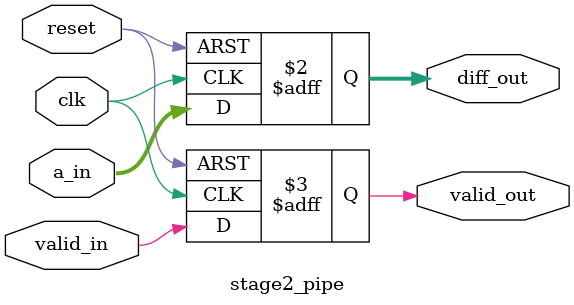
<source format=v>
module subtractor_pipeline (
    input wire clk,
    input wire reset,
    input wire [7:0] a,
    input wire [7:0] b,
    output reg [7:0] res
);

// 流水线控制信号
wire [7:0] stage1_diff;
wire stage1_valid;
wire [7:0] stage2_diff;
wire stage2_valid;

// 实例化第一级流水线
stage1_pipe stage1_inst (
    .clk(clk),
    .reset(reset),
    .a_in(a),
    .b_in(b),
    .diff_out(stage1_diff),
    .valid_out(stage1_valid)
);

// 实例化第二级流水线
stage2_pipe stage2_inst (
    .clk(clk),
    .reset(reset),
    .a_in(stage1_diff),
    .valid_in(stage1_valid),
    .diff_out(stage2_diff),
    .valid_out(stage2_valid)
);

// 输出级逻辑
always @(posedge clk or posedge reset) begin
    if (reset) begin
        res <= 8'b0;
    end else if (stage2_valid) begin
        res <= stage2_diff;
    end
end

endmodule

// 第一级流水线模块
module stage1_pipe (
    input wire clk,
    input wire reset,
    input wire [7:0] a_in,
    input wire [7:0] b_in,
    output reg [7:0] diff_out,
    output reg valid_out
);

always @(posedge clk or posedge reset) begin
    if (reset) begin
        diff_out <= 8'b0;
        valid_out <= 1'b0;
    end else begin
        diff_out <= a_in - b_in;
        valid_out <= 1'b1;
    end
end

endmodule

// 第二级流水线模块
module stage2_pipe (
    input wire clk,
    input wire reset,
    input wire [7:0] a_in,
    input wire valid_in,
    output reg [7:0] diff_out,
    output reg valid_out
);

always @(posedge clk or posedge reset) begin
    if (reset) begin
        diff_out <= 8'b0;
        valid_out <= 1'b0;
    end else begin
        diff_out <= a_in;
        valid_out <= valid_in;
    end
end

endmodule
</source>
